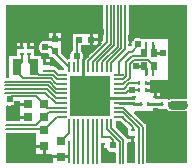
<source format=gtl>
G04*
G04 #@! TF.GenerationSoftware,Altium Limited,Altium Designer,19.0.15 (446)*
G04*
G04 Layer_Physical_Order=1*
G04 Layer_Color=255*
%FSLAX24Y24*%
%MOIN*%
G70*
G01*
G75*
%ADD13C,0.0079*%
%ADD14C,0.0059*%
%ADD16R,0.0106X0.0118*%
%ADD17R,0.0118X0.0106*%
%ADD18R,0.0217X0.0256*%
%ADD19R,0.0236X0.0197*%
%ADD20R,0.0295X0.0551*%
%ADD21R,0.0295X0.0315*%
%ADD22R,0.0315X0.0315*%
%ADD23R,0.0197X0.0236*%
%ADD24R,0.0315X0.0295*%
%ADD25R,0.1378X0.1378*%
%ADD26O,0.0079X0.0335*%
%ADD27O,0.0335X0.0079*%
%ADD41C,0.0090*%
%ADD42C,0.0100*%
%ADD43C,0.0065*%
%ADD44C,0.0315*%
%ADD45C,0.0240*%
G36*
X431Y1844D02*
X297Y1710D01*
X247Y1731D01*
Y1826D01*
X79D01*
Y1678D01*
X194D01*
X215Y1628D01*
X-171Y1242D01*
X-174Y1238D01*
X-198Y1238D01*
X-206Y1244D01*
X-235Y1281D01*
X-231Y1296D01*
X-230Y1325D01*
X-231Y1354D01*
X-237Y1382D01*
X-246Y1409D01*
X-259Y1435D01*
X-275Y1459D01*
X-294Y1481D01*
X-310Y1495D01*
Y1678D01*
X-21D01*
Y1876D01*
Y2074D01*
X-582D01*
Y1835D01*
X-583Y1834D01*
X-588Y1812D01*
X-590Y1790D01*
Y1495D01*
X-606Y1481D01*
X-625Y1459D01*
X-641Y1435D01*
X-654Y1409D01*
X-663Y1382D01*
X-669Y1354D01*
X-670Y1325D01*
X-669Y1296D01*
X-663Y1268D01*
X-659Y1256D01*
X-680Y1223D01*
X-695Y1212D01*
X-709Y1213D01*
X-731Y1211D01*
X-752Y1206D01*
X-766Y1200D01*
X-983Y1417D01*
Y1672D01*
Y1840D01*
X-1418D01*
X-1430Y1834D01*
X-1439Y1837D01*
X-1467Y1843D01*
X-1496Y1844D01*
X-1525Y1843D01*
X-1553Y1837D01*
X-1580Y1828D01*
X-1606Y1815D01*
X-1630Y1799D01*
X-1652Y1780D01*
X-1671Y1758D01*
X-1687Y1734D01*
X-1700Y1708D01*
X-1709Y1681D01*
X-1715Y1653D01*
X-1717Y1624D01*
X-1715Y1595D01*
X-1709Y1567D01*
X-1700Y1540D01*
X-1687Y1514D01*
X-1671Y1490D01*
X-1652Y1468D01*
X-1630Y1449D01*
X-1606Y1433D01*
X-1580Y1420D01*
X-1553Y1411D01*
X-1525Y1405D01*
X-1496Y1404D01*
X-1467Y1405D01*
X-1439Y1411D01*
X-1430Y1414D01*
X-1389Y1392D01*
X-1380Y1380D01*
Y1278D01*
X-1239D01*
X-860Y898D01*
X-876Y848D01*
X-1024D01*
X-1117Y941D01*
X-1134Y956D01*
X-1153Y967D01*
X-1173Y975D01*
X-1194Y981D01*
X-1216Y982D01*
X-1357D01*
Y1017D01*
X-1516D01*
Y1067D01*
X-1566D01*
Y1220D01*
X-1632D01*
Y1320D01*
X-1888D01*
Y1558D01*
X-2047D01*
Y1608D01*
X-2097D01*
Y1761D01*
X-2233D01*
Y1608D01*
X-2283D01*
Y1558D01*
X-2443D01*
Y1320D01*
X-2698D01*
Y593D01*
X-2822D01*
Y3019D01*
X431D01*
Y1844D01*
D02*
G37*
G36*
X3216Y-108D02*
X3097D01*
X3091Y-108D01*
X2717D01*
X2689Y-110D01*
X2663Y-115D01*
X2637Y-124D01*
X2613Y-136D01*
X2611Y-137D01*
X2561Y-116D01*
Y-116D01*
X2324D01*
Y-95D01*
X2165D01*
Y-45D01*
X2115D01*
Y108D01*
X2006D01*
X2006Y135D01*
X1852D01*
Y235D01*
X2005D01*
Y256D01*
X2005D01*
Y365D01*
X1852D01*
Y465D01*
X2005D01*
Y525D01*
X2590D01*
X2590Y1905D01*
X1702D01*
X1700Y1906D01*
X1674Y1919D01*
X1647Y1928D01*
X1619Y1934D01*
X1590Y1936D01*
X1561Y1934D01*
X1533Y1928D01*
X1506Y1919D01*
X1480Y1906D01*
X1478Y1905D01*
X1403D01*
Y1850D01*
X1389D01*
Y1804D01*
X1386Y1799D01*
X1377Y1772D01*
X1371Y1744D01*
X1370Y1715D01*
X1371Y1697D01*
X1289D01*
Y1850D01*
X1282D01*
Y3019D01*
X3216D01*
Y-108D01*
D02*
G37*
G36*
X-2324Y-226D02*
X-2077D01*
Y-326D01*
X-2324D01*
Y-533D01*
X-2324D01*
Y-659D01*
X-2077D01*
Y-759D01*
X-2324D01*
Y-825D01*
X-2815D01*
X-2822Y-818D01*
Y-341D01*
X-2822Y-340D01*
X-2772Y-311D01*
X-2771Y-312D01*
X-2744Y-321D01*
X-2716Y-327D01*
X-2687Y-329D01*
X-2658Y-327D01*
X-2630Y-321D01*
X-2603Y-312D01*
X-2577Y-299D01*
X-2553Y-283D01*
X-2531Y-264D01*
X-2512Y-242D01*
X-2496Y-219D01*
X-2483Y-193D01*
X-2474Y-165D01*
X-2473Y-159D01*
X-2324D01*
Y-226D01*
D02*
G37*
G36*
X1258Y-1092D02*
Y-1391D01*
X1208Y-1405D01*
X1207Y-1404D01*
X1194Y-1389D01*
X848Y-1043D01*
Y-848D01*
X1015D01*
X1258Y-1092D01*
D02*
G37*
G36*
X2254Y-435D02*
X2548D01*
X2552Y-441D01*
X2570Y-461D01*
X2590Y-479D01*
X2613Y-494D01*
X2637Y-506D01*
X2663Y-515D01*
X2689Y-520D01*
X2717Y-522D01*
X3091D01*
X3097Y-522D01*
X3216D01*
Y-2232D01*
X1874D01*
Y-1032D01*
X1872Y-1012D01*
X1868Y-992D01*
X1860Y-973D01*
X1849Y-955D01*
X1836Y-940D01*
X1464Y-568D01*
X1483Y-522D01*
X2077D01*
Y-423D01*
X2254D01*
Y-435D01*
D02*
G37*
G36*
X1467Y-1525D02*
X1496D01*
Y-2232D01*
X1232D01*
Y-1564D01*
X1258Y-1525D01*
X1367D01*
Y-1372D01*
X1467D01*
Y-1525D01*
D02*
G37*
G36*
X473Y-1761D02*
X556D01*
X557Y-1764D01*
X573Y-1788D01*
X592Y-1809D01*
X614Y-1828D01*
X638Y-1844D01*
X664Y-1857D01*
X691Y-1866D01*
X719Y-1872D01*
X748Y-1874D01*
X777Y-1872D01*
X805Y-1866D01*
X854Y-1899D01*
Y-2232D01*
X366D01*
Y-1761D01*
X373D01*
Y-1608D01*
X473D01*
Y-1761D01*
D02*
G37*
G36*
X-1793Y-1385D02*
X-1793Y-1399D01*
Y-1435D01*
X-1793Y-1449D01*
Y-1633D01*
X-1535D01*
Y-1683D01*
X-1485D01*
Y-1931D01*
X-1292D01*
X-1278Y-1931D01*
X-1242Y-1964D01*
Y-1987D01*
X-727D01*
Y-1790D01*
X-727D01*
Y-1754D01*
X-727D01*
Y-1494D01*
X-726Y-1494D01*
X-676Y-1520D01*
Y-2232D01*
X-727D01*
Y-2087D01*
X-1242D01*
Y-2232D01*
X-2822D01*
Y-1249D01*
X-2815Y-1242D01*
X-1793D01*
Y-1385D01*
D02*
G37*
%LPC*%
G36*
X-983Y2108D02*
X-1131D01*
Y1940D01*
X-983D01*
Y2108D01*
D02*
G37*
G36*
X-1231D02*
X-1380D01*
Y1940D01*
X-1231D01*
Y2108D01*
D02*
G37*
G36*
X247Y2074D02*
X79D01*
Y1926D01*
X247D01*
Y2074D01*
D02*
G37*
G36*
X-1888Y1761D02*
X-1997D01*
Y1658D01*
X-1888D01*
Y1761D01*
D02*
G37*
G36*
X-2333D02*
X-2443D01*
Y1658D01*
X-2333D01*
Y1761D01*
D02*
G37*
G36*
X-1357Y1220D02*
X-1466D01*
Y1117D01*
X-1357D01*
Y1220D01*
D02*
G37*
G36*
X2215Y108D02*
Y5D01*
X2324D01*
Y108D01*
X2215D01*
D02*
G37*
G36*
X-1585Y-1733D02*
X-1793D01*
Y-1931D01*
X-1585D01*
Y-1733D01*
D02*
G37*
%LPD*%
D13*
X945Y79D02*
X1179D01*
X1277Y1472D02*
X1339D01*
X945Y1140D02*
X1277Y1472D01*
X945Y709D02*
Y1140D01*
Y236D02*
X1129D01*
X1308Y414D02*
X1620D01*
X1129Y236D02*
X1308Y414D01*
X1377Y1472D02*
X1600Y1695D01*
X1339Y1472D02*
X1377Y1472D01*
X1285Y185D02*
X1628D01*
X1179Y79D02*
X1285Y185D01*
X-450Y1325D02*
Y1790D01*
X-394Y1847D01*
X-364Y1876D01*
X-447Y1328D02*
X-424Y1305D01*
X-394Y945D02*
Y1305D01*
X-424D02*
X-394D01*
X394Y-1354D02*
Y-945D01*
X423Y-1384D02*
X658D01*
X394Y-1354D02*
X423Y-1384D01*
X-1309Y1624D02*
X-1181Y1496D01*
X-1496Y1624D02*
X-1309D01*
X-1181Y1417D02*
Y1496D01*
Y1417D02*
X-709Y945D01*
X1073Y-709D02*
X1417Y-1053D01*
Y-1148D02*
Y-1053D01*
X945Y-709D02*
X1073D01*
X748Y-1654D02*
Y-1474D01*
X658Y-1384D02*
X748Y-1474D01*
X-1516Y843D02*
X-1216D01*
X-1082Y709D01*
X-945D01*
X-2598Y-20D02*
X-1801D01*
X-2687Y-108D02*
X-2598Y-20D01*
X-2815Y-1102D02*
X-1585D01*
X-1535Y-1152D01*
X-2815Y-965D02*
X-1801D01*
X-1545Y-709D01*
X-984Y-1506D02*
X-709Y-1230D01*
Y-945D01*
X-1535Y-1152D02*
X-1093Y-709D01*
X-945D01*
X-1545Y-709D02*
X-1388Y-551D01*
X-945D01*
X-1801Y-20D02*
X-1545Y-276D01*
X-1427Y-394D01*
X-945D01*
D14*
X1106D02*
X1744Y-1032D01*
Y-2244D02*
Y-1032D01*
X945Y-394D02*
X1106D01*
X1096Y-551D02*
X1626Y-1081D01*
Y-2244D02*
Y-1081D01*
X945Y-551D02*
X1096D01*
X945Y394D02*
X1106D01*
X1096Y551D02*
X1201Y656D01*
X945Y551D02*
X1096D01*
X1106Y394D02*
X1319Y607D01*
X2137Y1006D02*
X2137Y979D01*
X1938Y1205D02*
X2137Y1006D01*
X1458Y1205D02*
X1938D01*
X2082Y715D02*
Y924D01*
X2137Y979D01*
X1858Y1487D02*
Y1715D01*
X1803Y1431D02*
X1858Y1487D01*
X1694Y1323D02*
X1803Y1431D01*
X1409Y1323D02*
X1694D01*
X1319Y607D02*
Y1066D01*
X1458Y1205D01*
X1201Y1115D02*
X1409Y1323D01*
X1201Y656D02*
Y1115D01*
X236Y-2234D02*
Y-945D01*
X551Y-1096D02*
X984Y-1529D01*
X709Y-1087D02*
X1102Y-1480D01*
X984Y-2244D02*
Y-1529D01*
X1102Y-2244D02*
Y-1480D01*
X709Y-1087D02*
Y-945D01*
X551Y-1096D02*
Y-945D01*
X79Y-2234D02*
Y-945D01*
X-79Y-2234D02*
Y-945D01*
X-236Y-2234D02*
Y-945D01*
X1152Y1545D02*
Y3022D01*
X709Y1102D02*
X1152Y1545D01*
X1033Y1594D02*
Y3022D01*
X551Y1112D02*
X1033Y1594D01*
X551Y945D02*
Y1112D01*
X915Y1643D02*
Y3022D01*
X394Y1121D02*
X915Y1643D01*
X394Y945D02*
Y1121D01*
X797Y1692D02*
Y3022D01*
X236Y1131D02*
X797Y1692D01*
X236Y945D02*
Y1131D01*
X679Y1741D02*
Y3022D01*
X79Y1141D02*
X679Y1741D01*
X561Y1790D02*
Y3022D01*
X-79Y1150D02*
X561Y1790D01*
X709Y945D02*
Y1102D01*
X79Y945D02*
Y1141D01*
X-79Y945D02*
Y1150D01*
X-2234Y581D02*
X-1303D01*
X-2451Y797D02*
Y945D01*
Y797D02*
X-2234Y581D01*
X-1880Y856D02*
Y945D01*
Y856D02*
X-1722Y699D01*
X-2047Y1112D02*
X-1880Y945D01*
X-2451D02*
X-2283Y1112D01*
Y1384D01*
X-2047Y1112D02*
Y1384D01*
X-1722Y699D02*
X-1254D01*
X-1181Y626D02*
X-1106Y551D01*
X-1254Y699D02*
X-1182Y626D01*
X-1181D01*
X-1161Y440D02*
X-1115Y394D01*
X-1303Y581D02*
X-1162Y440D01*
X-1161D01*
X-1164Y276D02*
X-1125Y236D01*
X-2825Y344D02*
X-1401D01*
X-2825Y226D02*
X-1450D01*
X-2825Y108D02*
X-1499D01*
X-2825Y463D02*
X-1352D01*
X-1165Y276D01*
X-1164D01*
X-1135Y79D02*
X-945D01*
X-1401Y344D02*
X-1135Y79D01*
X-1450Y226D02*
X-1145Y-79D01*
X-1499Y108D02*
X-1154Y-236D01*
X-1106Y551D02*
X-945D01*
X-1115Y394D02*
X-945D01*
X-1125Y236D02*
X-945D01*
X-1145Y-79D02*
X-945D01*
X-1154Y-236D02*
X-945D01*
D16*
X1852Y185D02*
D03*
X1628D02*
D03*
X1852Y415D02*
D03*
X1628D02*
D03*
X1858Y715D02*
D03*
X2082D02*
D03*
X2082Y1715D02*
D03*
X1858D02*
D03*
X2408Y-276D02*
D03*
X2632D02*
D03*
X1699D02*
D03*
X1923D02*
D03*
D17*
X1339Y1697D02*
D03*
Y1472D02*
D03*
X423Y-1608D02*
D03*
Y-1384D02*
D03*
X1417Y-1372D02*
D03*
Y-1148D02*
D03*
X-1516Y1067D02*
D03*
Y843D02*
D03*
X1457Y-270D02*
D03*
Y-45D02*
D03*
X-2283Y1608D02*
D03*
Y1384D02*
D03*
X-2047Y1608D02*
D03*
Y1384D02*
D03*
X2165Y-270D02*
D03*
Y-45D02*
D03*
D18*
X1803Y979D02*
D03*
X2137D02*
D03*
Y1431D02*
D03*
X1803Y1431D02*
D03*
D19*
X29Y1876D02*
D03*
X-364D02*
D03*
D20*
X-1880Y945D02*
D03*
X-2451D02*
D03*
D21*
X-1545Y-276D02*
D03*
X-2077D02*
D03*
X-1545Y-709D02*
D03*
X-2077D02*
D03*
D22*
X3091Y-315D02*
D03*
D23*
X-1181Y1890D02*
D03*
Y1496D02*
D03*
D24*
X-1535Y-1152D02*
D03*
Y-1683D02*
D03*
X-984Y-1506D02*
D03*
Y-2037D02*
D03*
D25*
X0Y0D02*
D03*
D26*
X-709Y945D02*
D03*
X-551D02*
D03*
X-394D02*
D03*
X-236D02*
D03*
X-79D02*
D03*
X79D02*
D03*
X236D02*
D03*
X394D02*
D03*
X551D02*
D03*
X709D02*
D03*
Y-945D02*
D03*
X551D02*
D03*
X394D02*
D03*
X236D02*
D03*
X79D02*
D03*
X-79D02*
D03*
X-236D02*
D03*
X-394D02*
D03*
X-551D02*
D03*
X-709D02*
D03*
D27*
X945Y709D02*
D03*
Y551D02*
D03*
Y394D02*
D03*
Y236D02*
D03*
Y79D02*
D03*
Y-79D02*
D03*
Y-236D02*
D03*
Y-394D02*
D03*
Y-551D02*
D03*
Y-709D02*
D03*
X-945D02*
D03*
Y-551D02*
D03*
Y-394D02*
D03*
Y-236D02*
D03*
Y-79D02*
D03*
Y79D02*
D03*
Y236D02*
D03*
Y394D02*
D03*
Y551D02*
D03*
Y709D02*
D03*
D41*
X1530Y979D02*
X1803D01*
X1858Y715D02*
Y924D01*
X1803Y979D02*
X1858Y924D01*
X2082Y1487D02*
X2137Y1431D01*
X2082Y1487D02*
Y1695D01*
X2137Y1431D02*
X2410Y1431D01*
X32Y1495D02*
X312Y1775D01*
X-148Y1325D02*
Y1437D01*
X-203Y1418D02*
Y1600D01*
Y1418D02*
X-150Y1365D01*
X-236Y185D02*
Y1236D01*
X-148Y1325D01*
X1923Y-276D02*
X2408D01*
X1459D02*
X1699D01*
X1453Y-270D02*
X1459Y-276D01*
X1420Y-236D02*
X1453Y-270D01*
X1420Y-79D02*
X1453Y-45D01*
X305Y-79D02*
X1420D01*
X965Y-236D02*
X1420D01*
D42*
X1140Y-1250D02*
X1262Y-1372D01*
X1417D01*
D43*
X-551Y-945D02*
X-543Y-953D01*
X-402Y-954D02*
X-394Y-945D01*
X-551D02*
Y-906D01*
X-543Y-2234D02*
Y-953D01*
X-402Y-2234D02*
Y-954D01*
D44*
X2717Y-315D02*
X3091D01*
D45*
X-797Y1437D02*
D03*
X-1370Y-2110D02*
D03*
X1360D02*
D03*
X1760Y-641D02*
D03*
X2440Y0D02*
D03*
X2120Y405D02*
D03*
X1368Y1939D02*
D03*
X1400Y196D02*
D03*
X1590Y1715D02*
D03*
X1530Y979D02*
D03*
X2410Y1431D02*
D03*
X-150Y1375D02*
D03*
X-450Y1325D02*
D03*
X3091Y1939D02*
D03*
X1998Y-1348D02*
D03*
X3091Y-2106D02*
D03*
X2254Y2894D02*
D03*
X2697Y30D02*
D03*
Y-659D02*
D03*
X-1496Y1624D02*
D03*
X3091Y-1348D02*
D03*
X1998Y-2106D02*
D03*
X1063Y-1063D02*
D03*
X1367Y-1634D02*
D03*
X472Y-1850D02*
D03*
X728Y-2106D02*
D03*
X748Y-1654D02*
D03*
X-2687Y-108D02*
D03*
X3091Y-659D02*
D03*
X2203Y-657D02*
D03*
X3091Y30D02*
D03*
X433Y-433D02*
D03*
X0D02*
D03*
X-433D02*
D03*
X433Y0D02*
D03*
X0D02*
D03*
X-433D02*
D03*
X433Y433D02*
D03*
X0D02*
D03*
X-433D02*
D03*
X3091Y2894D02*
D03*
X1407D02*
D03*
X-1526Y1319D02*
D03*
X-2697Y2894D02*
D03*
X-1220D02*
D03*
X305D02*
D03*
X-1909Y-1526D02*
D03*
X-2697Y-1555D02*
D03*
Y1437D02*
D03*
X3100Y1043D02*
D03*
X-2697Y-2106D02*
D03*
X-2402Y1929D02*
D03*
X-2087D02*
D03*
X-2431Y-709D02*
D03*
X-2431Y-276D02*
D03*
X-1220Y2244D02*
D03*
X39Y2451D02*
D03*
X344Y2126D02*
D03*
M02*

</source>
